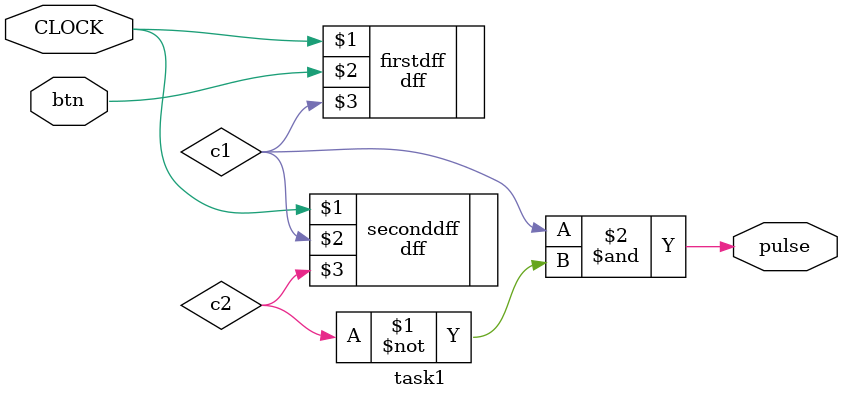
<source format=v>
`timescale 1ns / 1ps

module task1(input CLOCK, btn, output pulse);
    wire c1, c2;
    dff firstdff (CLOCK, btn, c1);
    dff seconddff (CLOCK, c1, c2);
    assign pulse = (c1 & ~c2);
endmodule
</source>
